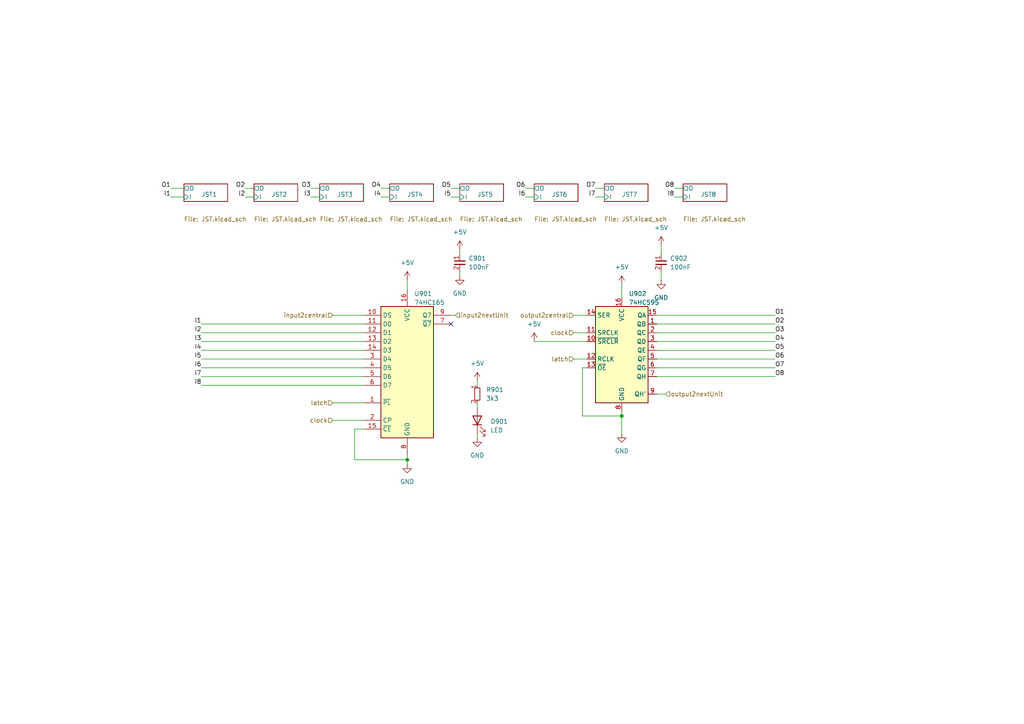
<source format=kicad_sch>
(kicad_sch (version 20231120) (generator "eeschema") (generator_version "8.0")
  (paper "A4")
  (lib_symbols
    (symbol "74xx:74HC165"
      (property "Reference" "U" (at -7.62 19.05 0))
      (property "Value" "74HC165" (at -7.62 -21.59 0))
      (symbol "74HC165_1_0"
        (pin input line (at -12.7 -10.16 0) (length 5.08) (name "~{PL}") (number "1"))
        (pin input line (at -12.7 15.24 0) (length 5.08) (name "DS") (number "10"))
        (pin input line (at -12.7 12.7 0) (length 5.08) (name "D0") (number "11"))
        (pin input line (at -12.7 10.16 0) (length 5.08) (name "D1") (number "12"))
        (pin input line (at -12.7 7.62 0) (length 5.08) (name "D2") (number "13"))
        (pin input line (at -12.7 5.08 0) (length 5.08) (name "D3") (number "14"))
        (pin input line (at -12.7 -17.78 0) (length 5.08) (name "~{CE}") (number "15"))
        (pin power_in line (at 0 22.86 270) (length 5.08) (name "VCC") (number "16"))
        (pin input line (at -12.7 -15.24 0) (length 5.08) (name "CP") (number "2"))
        (pin input line (at -12.7 2.54 0) (length 5.08) (name "D4") (number "3"))
        (pin input line (at -12.7 0 0) (length 5.08) (name "D5") (number "4"))
        (pin input line (at -12.7 -2.54 0) (length 5.08) (name "D6") (number "5"))
        (pin input line (at -12.7 -5.08 0) (length 5.08) (name "D7") (number "6"))
        (pin output line (at 12.7 12.7 180) (length 5.08) (name "~{Q7}") (number "7"))
        (pin power_in line (at 0 -25.4 90) (length 5.08) (name "GND") (number "8"))
        (pin output line (at 12.7 15.24 180) (length 5.08) (name "Q7") (number "9"))
      )
      (symbol "74HC165_1_1"
        (rectangle (start -7.62 17.78) (end 7.62 -20.32) (stroke (width 0.254)) (fill (type background)))
      )
    )
    (symbol "74xx:74HC595"
      (property "Reference" "U" (at -7.62 13.97 0))
      (property "Value" "74HC595" (at -7.62 -16.51 0))
      (symbol "74HC595_1_0"
        (pin tri_state line (at 10.16 7.62 180) (length 2.54) (name "QB") (number "1"))
        (pin input line (at -10.16 2.54 0) (length 2.54) (name "~{SRCLR}") (number "10"))
        (pin input line (at -10.16 5.08 0) (length 2.54) (name "SRCLK") (number "11"))
        (pin input line (at -10.16 -2.54 0) (length 2.54) (name "RCLK") (number "12"))
        (pin input line (at -10.16 -5.08 0) (length 2.54) (name "~{OE}") (number "13"))
        (pin input line (at -10.16 10.16 0) (length 2.54) (name "SER") (number "14"))
        (pin tri_state line (at 10.16 10.16 180) (length 2.54) (name "QA") (number "15"))
        (pin power_in line (at 0 15.24 270) (length 2.54) (name "VCC") (number "16"))
        (pin tri_state line (at 10.16 5.08 180) (length 2.54) (name "QC") (number "2"))
        (pin tri_state line (at 10.16 2.54 180) (length 2.54) (name "QD") (number "3"))
        (pin tri_state line (at 10.16 0 180) (length 2.54) (name "QE") (number "4"))
        (pin tri_state line (at 10.16 -2.54 180) (length 2.54) (name "QF") (number "5"))
        (pin tri_state line (at 10.16 -5.08 180) (length 2.54) (name "QG") (number "6"))
        (pin tri_state line (at 10.16 -7.62 180) (length 2.54) (name "QH") (number "7"))
        (pin power_in line (at 0 -17.78 90) (length 2.54) (name "GND") (number "8"))
        (pin output line (at 10.16 -12.7 180) (length 2.54) (name "QH'") (number "9"))
      )
      (symbol "74HC595_1_1"
        (rectangle (start -7.62 12.7) (end 7.62 -15.24) (stroke (width 0.254)) (fill (type background)))
      )
    )
    (symbol "capacitor_miscellaneous:C_0603_100nF"
      (property "Reference" "C" (at 1.27 2.54 0))
      (property "Value" "100nF" (at 3.81 -2.54 0))
      (symbol "C_0603_100nF_0_1"
        (polyline (pts (xy -1.524 -0.508) (xy 1.524 -0.508)) (stroke (width 0.3302)))
        (polyline (pts (xy -1.524 0.508) (xy 1.524 0.508)) (stroke (width 0.3048)))
      )
      (symbol "C_0603_100nF_1_1"
        (pin passive line (at 0 2.54 270) (length 2.032) (name "~") (number "1"))
        (pin passive line (at 0 -2.54 90) (length 2.032) (name "~") (number "2"))
      )
    )
    (symbol "custom_kicad_lib_sk:LED" (pin_numbers hide) (pin_names (offset 1.016) hide)
      (property "Reference" "D" (at 0 2.54 0))
      (property "Value" "LED" (at 0 -2.54 0))
      (symbol "LED_0_1"
        (polyline (pts (xy -1.27 -1.27) (xy -1.27 1.27)) (stroke (width 0.254)))
        (polyline (pts (xy -1.27 0) (xy 1.27 0)))
        (polyline (pts (xy 1.27 -1.27) (xy 1.27 1.27) (xy -1.27 0) (xy 1.27 -1.27)) (stroke (width 0.254)))
        (polyline (pts (xy -3.048 -0.762) (xy -4.572 -2.286) (xy -3.81 -2.286) (xy -4.572 -2.286) (xy -4.572 -1.524)))
        (polyline (pts (xy -1.778 -0.762) (xy -3.302 -2.286) (xy -2.54 -2.286) (xy -3.302 -2.286) (xy -3.302 -1.524)))
      )
      (symbol "LED_1_1"
        (pin passive line (at -3.81 0 0) (length 2.54) (name "K") (number "1"))
        (pin passive line (at 3.81 0 180) (length 2.54) (name "A") (number "2"))
      )
    )
    (symbol "power:+5V" (power) (pin_names (offset 0))
      (property "Value" "+5V" (at 0 3.556 0))
      (symbol "+5V_0_1"
        (polyline (pts (xy -0.762 1.27) (xy 0 2.54)))
        (polyline (pts (xy 0 0) (xy 0 2.54)))
        (polyline (pts (xy 0 2.54) (xy 0.762 1.27)))
      )
      (symbol "+5V_1_1"
        (pin power_in line (at 0 0 90) (length 0) hide (name "+5V") (number "1"))
      )
    )
    (symbol "power:GND" (power) (pin_numbers hide) (pin_names (offset 0) hide)
      (property "Value" "GND" (at 0 -3.81 0))
      (symbol "GND_0_1"
        (polyline (pts (xy 0 0) (xy 0 -1.27) (xy 1.27 -1.27) (xy 0 -2.54) (xy -1.27 -1.27) (xy 0 -1.27)))
      )
      (symbol "GND_1_1"
        (pin power_in line (at 0 0 270) (length 0) (name "~") (number "1"))
      )
    )
    (symbol "resistors_0603:R_3k3_0603"
      (property "Reference" "R" (at 1.27 2.54 0))
      (property "Value" "3k3" (at 2.54 -2.54 0))
      (symbol "R_3k3_0603_0_1"
        (rectangle (start -0.762 1.778) (end 0.762 -1.778) (stroke (width 0.2032)))
      )
      (symbol "R_3k3_0603_1_1"
        (pin passive line (at 0 2.54 270) (length 0.762) (name "~") (number "1"))
        (pin passive line (at 0 -2.54 90) (length 0.762) (name "~") (number "2"))
      )
    )
  )
  (junction (at 118.11 133.35))
  (junction (at 180.34 120.65))
  (no_connect (at 130.81 93.98))
  (wire (pts (xy 102.87 124.46) (xy 105.41 124.46)))
  (wire (pts (xy 110.49 54.61) (xy 113.03 54.61)))
  (wire (pts (xy 133.35 72.39) (xy 133.35 73.66)))
  (wire (pts (xy 133.35 80.01) (xy 133.35 78.74)))
  (wire (pts (xy 58.42 96.52) (xy 105.41 96.52)))
  (wire (pts (xy 180.34 120.65) (xy 180.34 125.73)))
  (wire (pts (xy 180.34 119.38) (xy 180.34 120.65)))
  (wire (pts (xy 71.12 57.15) (xy 73.66 57.15)))
  (wire (pts (xy 190.5 106.68) (xy 224.79 106.68)))
  (wire (pts (xy 130.81 91.44) (xy 132.08 91.44)))
  (wire (pts (xy 172.72 57.15) (xy 175.26 57.15)))
  (wire (pts (xy 190.5 109.22) (xy 224.79 109.22)))
  (wire (pts (xy 110.49 57.15) (xy 113.03 57.15)))
  (wire (pts (xy 58.42 99.06) (xy 105.41 99.06)))
  (wire (pts (xy 58.42 111.76) (xy 105.41 111.76)))
  (wire (pts (xy 138.43 125.73) (xy 138.43 127)))
  (wire (pts (xy 58.42 101.6) (xy 105.41 101.6)))
  (wire (pts (xy 172.72 54.61) (xy 175.26 54.61)))
  (wire (pts (xy 96.52 116.84) (xy 105.41 116.84)))
  (wire (pts (xy 118.11 133.35) (xy 118.11 134.62)))
  (wire (pts (xy 49.53 57.15) (xy 53.34 57.15)))
  (wire (pts (xy 118.11 81.28) (xy 118.11 83.82)))
  (wire (pts (xy 190.5 96.52) (xy 224.79 96.52)))
  (wire (pts (xy 138.43 118.11) (xy 138.43 116.84)))
  (wire (pts (xy 96.52 121.92) (xy 105.41 121.92)))
  (wire (pts (xy 102.87 124.46) (xy 102.87 133.35)))
  (wire (pts (xy 130.81 57.15) (xy 133.35 57.15)))
  (wire (pts (xy 118.11 132.08) (xy 118.11 133.35)))
  (wire (pts (xy 152.4 54.61) (xy 154.94 54.61)))
  (wire (pts (xy 168.91 106.68) (xy 168.91 120.65)))
  (wire (pts (xy 152.4 57.15) (xy 154.94 57.15)))
  (wire (pts (xy 166.37 104.14) (xy 170.18 104.14)))
  (wire (pts (xy 195.58 57.15) (xy 198.12 57.15)))
  (wire (pts (xy 102.87 133.35) (xy 118.11 133.35)))
  (wire (pts (xy 58.42 109.22) (xy 105.41 109.22)))
  (wire (pts (xy 195.58 54.61) (xy 198.12 54.61)))
  (wire (pts (xy 190.5 91.44) (xy 224.79 91.44)))
  (wire (pts (xy 71.12 54.61) (xy 73.66 54.61)))
  (wire (pts (xy 190.5 99.06) (xy 224.79 99.06)))
  (wire (pts (xy 190.5 114.3) (xy 193.04 114.3)))
  (wire (pts (xy 130.81 54.61) (xy 133.35 54.61)))
  (wire (pts (xy 190.5 101.6) (xy 224.79 101.6)))
  (wire (pts (xy 96.52 91.44) (xy 105.41 91.44)))
  (wire (pts (xy 58.42 106.68) (xy 105.41 106.68)))
  (wire (pts (xy 168.91 120.65) (xy 180.34 120.65)))
  (wire (pts (xy 49.53 54.61) (xy 53.34 54.61)))
  (wire (pts (xy 190.5 104.14) (xy 224.79 104.14)))
  (wire (pts (xy 90.17 57.15) (xy 92.71 57.15)))
  (wire (pts (xy 58.42 93.98) (xy 105.41 93.98)))
  (wire (pts (xy 166.37 96.52) (xy 170.18 96.52)))
  (wire (pts (xy 58.42 104.14) (xy 105.41 104.14)))
  (wire (pts (xy 166.37 91.44) (xy 170.18 91.44)))
  (wire (pts (xy 170.18 106.68) (xy 168.91 106.68)))
  (wire (pts (xy 154.94 99.06) (xy 170.18 99.06)))
  (wire (pts (xy 90.17 54.61) (xy 92.71 54.61)))
  (wire (pts (xy 138.43 110.49) (xy 138.43 111.76)))
  (wire (pts (xy 191.77 81.28) (xy 191.77 78.74)))
  (wire (pts (xy 191.77 71.12) (xy 191.77 73.66)))
  (wire (pts (xy 190.5 93.98) (xy 224.79 93.98)))
  (wire (pts (xy 180.34 82.55) (xy 180.34 86.36)))
  (label "O2" (at 224.79 93.98 0))
  (label "I8" (at 195.58 57.15 180))
  (label "O3" (at 90.17 54.61 180))
  (label "O7" (at 224.79 106.68 0))
  (label "O8" (at 195.58 54.61 180))
  (label "I5" (at 58.42 104.14 180))
  (label "O7" (at 172.72 54.61 180))
  (label "O6" (at 152.4 54.61 180))
  (label "I7" (at 172.72 57.15 180))
  (label "I2" (at 58.42 96.52 180))
  (label "O2" (at 71.12 54.61 180))
  (label "O8" (at 224.79 109.22 0))
  (label "O6" (at 224.79 104.14 0))
  (label "I6" (at 152.4 57.15 180))
  (label "I4" (at 58.42 101.6 180))
  (label "I7" (at 58.42 109.22 180))
  (label "O4" (at 110.49 54.61 180))
  (label "I8" (at 58.42 111.76 180))
  (label "I5" (at 130.81 57.15 180))
  (label "I3" (at 90.17 57.15 180))
  (label "I4" (at 110.49 57.15 180))
  (label "O1" (at 49.53 54.61 180))
  (label "O5" (at 130.81 54.61 180))
  (label "I2" (at 71.12 57.15 180))
  (label "O5" (at 224.79 101.6 0))
  (label "I3" (at 58.42 99.06 180))
  (label "O4" (at 224.79 99.06 0))
  (label "O1" (at 224.79 91.44 0))
  (label "I6" (at 58.42 106.68 180))
  (label "O3" (at 224.79 96.52 0))
  (label "I1" (at 49.53 57.15 180))
  (label "I1" (at 58.42 93.98 180))
  (hierarchical_label "latch" (shape input) (at 166.37 104.14 180))
  (hierarchical_label "input2central" (shape input) (at 96.52 91.44 180))
  (hierarchical_label "clock" (shape input) (at 166.37 96.52 180))
  (hierarchical_label "latch" (shape input) (at 96.52 116.84 180))
  (hierarchical_label "input2nextUnit" (shape input) (at 132.08 91.44 0))
  (hierarchical_label "clock" (shape input) (at 96.52 121.92 180))
  (hierarchical_label "output2nextUnit" (shape input) (at 193.04 114.3 0))
  (hierarchical_label "output2central" (shape input) (at 166.37 91.44 180))
  (symbol (lib_id "capacitor_miscellaneous:C_0603_100nF") (at 133.35 76.2 0) (unit 1)
    (property "Reference" "C901" (at 135.89 74.9363 0) (effects (justify left)))
    (property "Value" "100nF" (at 135.89 77.4763 0) (effects (justify left)))
    (property "Footprint" "Capacitor_SMD:C_0603_1608Metric" (effects (hide yes)))
    (property "JLCPCB Part#" "C14663" (effects (hide yes)))
  )
  (symbol (lib_id "power:+5V") (at 138.43 110.49 0) (unit 1)
    (property "Reference" "#PWR0911" (effects (hide yes)))
    (property "Value" "+5V" (at 138.43 105.41 0))
  )
  (symbol (lib_id "power:+5V") (at 118.11 81.28 0) (unit 1)
    (property "Reference" "#PWR0901" (effects (hide yes)))
    (property "Value" "+5V" (at 118.11 76.2 0))
  )
  (symbol (lib_id "74xx:74HC595") (at 180.34 101.6 0) (unit 1)
    (property "Reference" "U902" (at 182.3594 85.2002 0) (effects (justify left)))
    (property "Value" "74HC595" (at 182.3594 87.7371 0) (effects (justify left)))
    (property "Footprint" "Package_SO:SOIC-16_3.9x9.9mm_P1.27mm" (effects (hide yes)))
    (property "Datasheet" "http://www.ti.com/lit/ds/symlink/sn74hc595.pdf" (effects (hide yes)))
    (property "JLCPCB Part#" "C5947" (effects (hide yes)))
  )
  (symbol (lib_id "power:+5V") (at 180.34 82.55 0) (unit 1)
    (property "Reference" "#PWR0906" (effects (hide yes)))
    (property "Value" "+5V" (at 180.34 77.47 0))
  )
  (symbol (lib_id "capacitor_miscellaneous:C_0603_100nF") (at 191.77 76.2 0) (unit 1)
    (property "Reference" "C902" (at 194.31 74.9363 0) (effects (justify left)))
    (property "Value" "100nF" (at 194.31 77.4763 0) (effects (justify left)))
    (property "Footprint" "Capacitor_SMD:C_0603_1608Metric" (effects (hide yes)))
    (property "JLCPCB Part#" "C14663" (effects (hide yes)))
  )
  (symbol (lib_id "power:GND") (at 138.43 127 0) (unit 1)
    (property "Reference" "#PWR0910" (effects (hide yes)))
    (property "Value" "GND" (at 138.43 132.08 0))
    (property "Description" "Power symbol creates a global label with name \"GND\" , ground" (effects (hide yes)))
  )
  (symbol (lib_id "power:+5V") (at 191.77 71.12 0) (unit 1)
    (property "Reference" "#PWR0908" (effects (hide yes)))
    (property "Value" "+5V" (at 191.77 66.04 0))
  )
  (symbol (lib_id "power:GND") (at 118.11 134.62 0) (unit 1)
    (property "Reference" "#PWR0902" (effects (hide yes)))
    (property "Value" "GND" (at 118.11 139.7 0))
    (property "Description" "Power symbol creates a global label with name \"GND\" , ground" (effects (hide yes)))
  )
  (symbol (lib_id "power:+5V") (at 133.35 72.39 0) (unit 1)
    (property "Reference" "#PWR0903" (effects (hide yes)))
    (property "Value" "+5V" (at 133.35 67.31 0))
  )
  (symbol (lib_id "power:GND") (at 180.34 125.73 0) (unit 1)
    (property "Reference" "#PWR0907" (effects (hide yes)))
    (property "Value" "GND" (at 180.34 130.81 0))
    (property "Description" "Power symbol creates a global label with name \"GND\" , ground" (effects (hide yes)))
  )
  (symbol (lib_id "custom_kicad_lib_sk:LED") (at 138.43 121.92 90) (unit 1)
    (property "Reference" "D901" (at 142.24 122.2374 90) (effects (justify right)))
    (property "Value" "LED" (at 142.24 124.7774 90) (effects (justify right)))
    (property "Footprint" "LED_SMD:LED_0805_2012Metric_Pad1.15x1.40mm_HandSolder" (effects (hide yes)))
    (property "Description" "Light emitting diode" (effects (hide yes)))
    (property "JLCPCB Part#" "C2296" (effects (hide yes)))
  )
  (symbol (lib_id "74xx:74HC165") (at 118.11 106.68 0) (unit 1)
    (property "Reference" "U901" (at 120.1294 85.2002 0) (effects (justify left)))
    (property "Value" "74HC165" (at 120.1294 87.7371 0) (effects (justify left)))
    (property "Footprint" "Package_SO:SOIC-16_3.9x9.9mm_P1.27mm" (effects (hide yes)))
    (property "Datasheet" "https://assets.nexperia.com/documents/data-sheet/74HC_HCT165.pdf" (effects (hide yes)))
    (property "JLCPCB Part#" "C5613" (effects (hide yes)))
  )
  (symbol (lib_id "power:+5V") (at 154.94 99.06 0) (unit 1)
    (property "Reference" "#PWR0905" (effects (hide yes)))
    (property "Value" "+5V" (at 154.94 93.98 0))
  )
  (symbol (lib_id "power:GND") (at 191.77 81.28 0) (unit 1)
    (property "Reference" "#PWR0909" (effects (hide yes)))
    (property "Value" "GND" (at 191.77 86.36 0))
    (property "Description" "Power symbol creates a global label with name \"GND\" , ground" (effects (hide yes)))
  )
  (symbol (lib_id "resistors_0603:R_3k3_0603") (at 138.43 114.3 0) (unit 1)
    (property "Reference" "R901" (at 140.97 113.0299 0) (effects (justify left)))
    (property "Value" "3k3" (at 140.97 115.5699 0) (effects (justify left)))
    (property "Footprint" "custom_kicad_lib_sk:R_0603_smalltext" (effects (hide yes)))
    (property "JLCPCB Part#" "C22978" (effects (hide yes)))
  )
  (symbol (lib_id "power:GND") (at 133.35 80.01 0) (unit 1)
    (property "Reference" "#PWR0904" (effects (hide yes)))
    (property "Value" "GND" (at 133.35 85.09 0))
    (property "Description" "Power symbol creates a global label with name \"GND\" , ground" (effects (hide yes)))
  )
  (sheet (at 113.03 53.34) (size 12.7 5.08) (stroke (width 0.1524))
    (property "Sheetname" "JST4" (at 118.11 57.15 0) (effects (justify left bottom)))
    (property "Sheetfile" "JST.kicad_sch" (at 113.03 62.8146 0) (effects (justify left top)))
    (pin "I" input (at 113.03 57.15 180))
    (pin "O" output (at 113.03 54.61 180))
  )
  (sheet (at 133.35 53.34) (size 12.7 5.08) (stroke (width 0.1524))
    (property "Sheetname" "JST5" (at 138.43 57.15 0) (effects (justify left bottom)))
    (property "Sheetfile" "JST.kicad_sch" (at 133.35 62.8146 0) (effects (justify left top)))
    (pin "I" input (at 133.35 57.15 180))
    (pin "O" output (at 133.35 54.61 180))
  )
  (sheet (at 175.26 53.34) (size 12.7 5.08) (stroke (width 0.1524))
    (property "Sheetname" "JST7" (at 180.34 57.15 0) (effects (justify left bottom)))
    (property "Sheetfile" "JST.kicad_sch" (at 175.26 62.8146 0) (effects (justify left top)))
    (pin "I" input (at 175.26 57.15 180))
    (pin "O" output (at 175.26 54.61 180))
  )
  (sheet (at 53.34 53.34) (size 12.7 5.08) (stroke (width 0.1524))
    (property "Sheetname" "JST1" (at 58.42 57.15 0) (effects (justify left bottom)))
    (property "Sheetfile" "JST.kicad_sch" (at 53.34 62.8146 0) (effects (justify left top)))
    (pin "I" input (at 53.34 57.15 180))
    (pin "O" output (at 53.34 54.61 180))
  )
  (sheet (at 73.66 53.34) (size 12.7 5.08) (stroke (width 0.1524))
    (property "Sheetname" "JST2" (at 78.74 57.15 0) (effects (justify left bottom)))
    (property "Sheetfile" "JST.kicad_sch" (at 73.66 62.8146 0) (effects (justify left top)))
    (pin "I" input (at 73.66 57.15 180))
    (pin "O" output (at 73.66 54.61 180))
  )
  (sheet (at 198.12 53.34) (size 12.7 5.08) (stroke (width 0.1524))
    (property "Sheetname" "JST8" (at 203.2 57.15 0) (effects (justify left bottom)))
    (property "Sheetfile" "JST.kicad_sch" (at 198.12 62.8146 0) (effects (justify left top)))
    (pin "I" input (at 198.12 57.15 180))
    (pin "O" output (at 198.12 54.61 180))
  )
  (sheet (at 92.71 53.34) (size 12.7 5.08) (stroke (width 0.1524))
    (property "Sheetname" "JST3" (at 97.79 57.15 0) (effects (justify left bottom)))
    (property "Sheetfile" "JST.kicad_sch" (at 92.71 62.8146 0) (effects (justify left top)))
    (pin "I" input (at 92.71 57.15 180))
    (pin "O" output (at 92.71 54.61 180))
  )
  (sheet (at 154.94 53.34) (size 12.7 5.08) (stroke (width 0.1524))
    (property "Sheetname" "JST6" (at 160.02 57.15 0) (effects (justify left bottom)))
    (property "Sheetfile" "JST.kicad_sch" (at 154.94 62.8146 0) (effects (justify left top)))
    (pin "I" input (at 154.94 57.15 180))
    (pin "O" output (at 154.94 54.61 180))
  )
)
</source>
